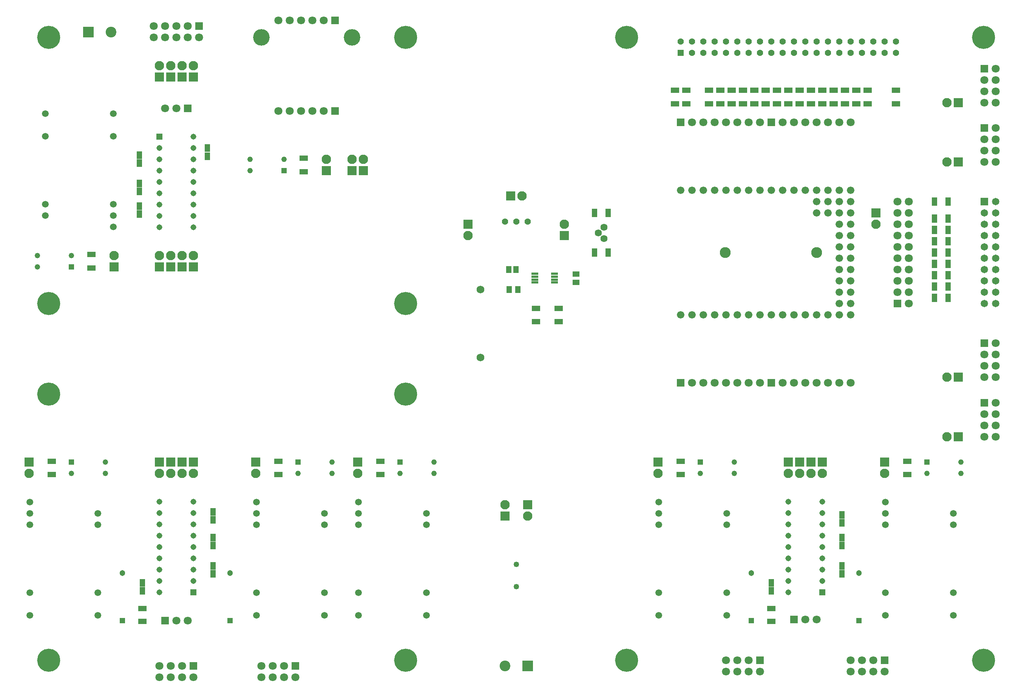
<source format=gbr>
G04 EasyPC Gerber Version 21.0.3 Build 4286 *
%FSLAX35Y35*%
%MOIN*%
%ADD134R,0.04616X0.06387*%
%ADD132R,0.04734X0.06112*%
%ADD106R,0.04734X0.06506*%
%ADD114R,0.04734X0.07687*%
%ADD136R,0.05128X0.07687*%
%ADD101R,0.04813X0.04813*%
%ADD107R,0.05128X0.05128*%
%ADD104R,0.05167X0.05167*%
%ADD111R,0.05620X0.05620*%
%ADD109R,0.06506X0.06506*%
%ADD92R,0.07096X0.07096*%
%ADD95R,0.08277X0.08277*%
%ADD97R,0.09458X0.09458*%
%ADD102C,0.04813*%
%ADD116C,0.04931*%
%ADD108C,0.05128*%
%ADD105C,0.05167*%
%ADD112C,0.05620*%
%ADD100C,0.05639*%
%ADD103C,0.05915*%
%ADD115C,0.06269*%
%ADD110C,0.06506*%
%ADD91C,0.06600*%
%ADD99C,0.06860*%
%ADD93C,0.07096*%
%ADD96C,0.08277*%
%ADD98C,0.09458*%
%ADD94C,0.09655*%
%ADD89C,0.14600*%
%ADD130R,0.06112X0.02100*%
%ADD88C,0.20400*%
%ADD131R,0.06112X0.04734*%
%ADD113R,0.07687X0.04734*%
%ADD135R,0.07293X0.04931*%
%ADD133R,0.07293X0.05128*%
X0Y0D02*
D02*
D88*
X45250Y45250D03*
Y280250D03*
Y360250D03*
Y595250D03*
X360250Y45250D03*
Y280250D03*
Y360250D03*
Y595250D03*
X555250Y45250D03*
Y595250D03*
X870250Y45250D03*
Y595250D03*
D02*
D89*
X232750D03*
X312750D03*
D02*
D91*
X602750Y350250D03*
Y460250D03*
X612750Y350250D03*
Y460250D03*
X622750Y350250D03*
Y460250D03*
X632750Y350250D03*
Y460250D03*
X642750Y350250D03*
Y460250D03*
X652750Y350250D03*
Y460250D03*
X662750Y350250D03*
Y460250D03*
X672750Y350250D03*
Y460250D03*
X682750Y350250D03*
Y460250D03*
X692750Y350250D03*
Y460250D03*
X702750Y350250D03*
Y460250D03*
X712750Y350250D03*
Y460250D03*
X722750Y350250D03*
Y440250D03*
Y450250D03*
Y460250D03*
X732750Y350250D03*
Y440250D03*
Y450250D03*
Y460250D03*
X742750Y350250D03*
Y360250D03*
Y370250D03*
Y380250D03*
Y390250D03*
Y400250D03*
Y410250D03*
Y420250D03*
Y430250D03*
Y440250D03*
Y450250D03*
Y460250D03*
X752750Y350250D03*
Y360250D03*
Y370250D03*
Y380250D03*
Y390250D03*
Y400250D03*
Y410250D03*
Y420250D03*
Y430250D03*
Y440250D03*
Y450250D03*
Y460250D03*
D02*
D92*
X147777Y80250D03*
X167723Y532750D03*
X172750Y40250D03*
X177750Y605250D03*
X262750Y40250D03*
X297750Y530250D03*
Y610250D03*
X602750Y290250D03*
Y520250D03*
X672750Y45250D03*
X682750Y290250D03*
Y520250D03*
X702777Y81500D03*
X782750Y45250D03*
X794000Y360250D03*
X870750Y272750D03*
Y325250D03*
Y515250D03*
Y567750D03*
D02*
D93*
X137750Y595250D03*
Y605250D03*
X142750Y30250D03*
Y40250D03*
X147723Y532750D03*
X147750Y595250D03*
Y605250D03*
X152750Y30250D03*
Y40250D03*
X157723Y532750D03*
X157750Y595250D03*
Y605250D03*
X157777Y80250D03*
X162750Y30250D03*
Y40250D03*
X167750Y595250D03*
Y605250D03*
X167777Y80250D03*
X172750Y30250D03*
X177750Y595250D03*
X232750Y30250D03*
Y40250D03*
X242750Y30250D03*
Y40250D03*
X247750Y530250D03*
Y610250D03*
X252750Y30250D03*
Y40250D03*
X257750Y530250D03*
Y610250D03*
X262750Y30250D03*
X267750Y530250D03*
Y610250D03*
X277750Y530250D03*
Y610250D03*
X287750Y530250D03*
Y610250D03*
X612750Y290250D03*
Y520250D03*
X622750Y290250D03*
Y520250D03*
X632750Y290250D03*
Y520250D03*
X642750Y35250D03*
Y45250D03*
Y290250D03*
Y520250D03*
X652750Y35250D03*
Y45250D03*
Y290250D03*
Y520250D03*
X662750Y35250D03*
Y45250D03*
Y290250D03*
Y520250D03*
X672750Y35250D03*
Y290250D03*
Y520250D03*
X692750Y290250D03*
Y520250D03*
X702750Y290250D03*
Y520250D03*
X712750Y290250D03*
Y520250D03*
X712777Y81500D03*
X722750Y290250D03*
Y520250D03*
X722777Y81500D03*
X732750Y290250D03*
Y520250D03*
X742750Y290250D03*
Y520250D03*
X752750Y35250D03*
Y45250D03*
Y290250D03*
Y520250D03*
X762750Y35250D03*
Y45250D03*
X772750Y35250D03*
Y45250D03*
X782750Y35250D03*
X794000Y370250D03*
Y380250D03*
Y390250D03*
Y400250D03*
Y410250D03*
Y420250D03*
Y430250D03*
Y440250D03*
Y450250D03*
X804000Y360250D03*
Y370250D03*
Y380250D03*
Y390250D03*
Y400250D03*
Y410250D03*
Y420250D03*
Y430250D03*
Y440250D03*
Y450250D03*
X870750Y242750D03*
Y252750D03*
Y262750D03*
Y295250D03*
Y305250D03*
Y315250D03*
Y485250D03*
Y495250D03*
Y505250D03*
Y537750D03*
Y547750D03*
Y557750D03*
X880750Y242750D03*
Y252750D03*
Y262750D03*
Y272750D03*
Y295250D03*
Y305250D03*
Y315250D03*
Y325250D03*
Y485250D03*
Y495250D03*
Y505250D03*
Y515250D03*
Y537750D03*
Y547750D03*
Y557750D03*
Y567750D03*
D02*
D94*
X642238Y405250D03*
X722750D03*
D02*
D95*
X27750Y220250D03*
X102750Y392750D03*
X142750Y220250D03*
Y392750D03*
Y560250D03*
X152750Y220250D03*
Y392750D03*
Y560250D03*
X162750Y220250D03*
Y392750D03*
Y560250D03*
X172750Y220250D03*
Y392750D03*
Y560250D03*
X227750Y220250D03*
X290250Y477750D03*
X312750D03*
X317750Y220250D03*
X322750Y477750D03*
X415250Y430240D03*
X447750Y172750D03*
X452750Y455250D03*
X467750Y182750D03*
X500250Y420240D03*
X582750Y220250D03*
X697750D03*
X707750D03*
X717750D03*
X727750D03*
X775250Y440250D03*
X782750Y220250D03*
X847750Y242750D03*
Y295250D03*
Y485250D03*
Y537750D03*
D02*
D96*
X27750Y210250D03*
X102750Y402750D03*
X142750Y210250D03*
Y402750D03*
Y570250D03*
X152750Y210250D03*
Y402750D03*
Y570250D03*
X162750Y210250D03*
Y402750D03*
Y570250D03*
X172750Y210250D03*
Y402750D03*
Y570250D03*
X227750Y210250D03*
X290250Y487750D03*
X312750D03*
X317750Y210250D03*
X322750Y487750D03*
X415250Y420240D03*
X447750Y182750D03*
X462750Y455250D03*
X467750Y172750D03*
X500250Y430240D03*
X582750Y210250D03*
X697750D03*
X707750D03*
X717750D03*
X727750D03*
X775250Y430250D03*
X782750Y210250D03*
X837750Y242750D03*
Y295250D03*
Y485250D03*
Y537750D03*
D02*
D97*
X80183Y600182D03*
X467817Y40318D03*
D02*
D98*
X100183Y600182D03*
X447817Y40318D03*
D02*
D99*
X426156Y312737D03*
Y372750D03*
D02*
D100*
X447764Y432740D03*
X457764D03*
X467764D03*
D02*
D101*
X65250Y220250D03*
Y392750D03*
X252750Y477750D03*
X265250Y220250D03*
X355250D03*
X620250D03*
X820250D03*
D02*
D102*
X35250Y392750D03*
Y402750D03*
X65250Y210250D03*
Y402750D03*
X95250Y210250D03*
Y220250D03*
X222750Y477750D03*
Y487750D03*
X252750D03*
X265250Y210250D03*
X295250D03*
Y220250D03*
X355250Y210250D03*
X385250D03*
Y220250D03*
X620250Y210250D03*
X650250D03*
Y220250D03*
X820250Y210250D03*
X850250D03*
Y220250D03*
D02*
D103*
X28301Y84876D03*
Y104876D03*
Y164876D03*
Y174876D03*
Y184876D03*
X42199Y438124D03*
Y448124D03*
Y508124D03*
Y528124D03*
X88301Y84876D03*
Y104876D03*
Y164876D03*
Y174876D03*
X102199Y428124D03*
Y438124D03*
Y448124D03*
Y508124D03*
Y528124D03*
X228301Y84876D03*
Y104876D03*
Y164876D03*
Y174876D03*
Y184876D03*
X288301Y84876D03*
Y104876D03*
Y164876D03*
Y174876D03*
X318301Y84876D03*
Y104876D03*
Y164876D03*
Y174876D03*
Y184876D03*
X378301Y84876D03*
Y104876D03*
Y164876D03*
Y174876D03*
X583301Y84876D03*
Y104876D03*
Y164876D03*
Y174876D03*
Y184876D03*
X643301Y84876D03*
Y104876D03*
Y164876D03*
Y174876D03*
X783301Y84876D03*
Y104876D03*
Y164876D03*
Y174876D03*
Y184876D03*
X843301Y84876D03*
Y104876D03*
Y164876D03*
Y174876D03*
D02*
D104*
X142750Y507763D03*
X172750Y105237D03*
X727750D03*
D02*
D105*
X142750D03*
Y115237D03*
Y125237D03*
Y135237D03*
Y145237D03*
Y155237D03*
Y165237D03*
Y175237D03*
Y185237D03*
Y427763D03*
Y437763D03*
Y447763D03*
Y457763D03*
Y467763D03*
Y477763D03*
Y487763D03*
Y497763D03*
X172750Y115237D03*
Y125237D03*
Y135237D03*
Y145237D03*
Y155237D03*
Y165237D03*
Y175237D03*
Y185237D03*
Y427763D03*
Y437763D03*
Y447763D03*
Y457763D03*
Y467763D03*
Y477763D03*
Y487763D03*
Y497763D03*
Y507763D03*
X697750Y105237D03*
Y115237D03*
Y125237D03*
Y135237D03*
Y145237D03*
Y155237D03*
Y165237D03*
Y175237D03*
Y185237D03*
X727750Y115237D03*
Y125237D03*
Y135237D03*
Y145237D03*
Y155237D03*
Y165237D03*
Y175237D03*
Y185237D03*
D02*
D106*
X125250Y439207D03*
Y446293D03*
Y459207D03*
Y466293D03*
Y484207D03*
Y491293D03*
X127750Y106707D03*
Y113793D03*
X185250Y490457D03*
Y497543D03*
X190250Y121707D03*
Y128793D03*
Y146707D03*
Y153793D03*
Y169207D03*
Y176293D03*
X682750Y106707D03*
Y113793D03*
X745250Y121707D03*
Y128793D03*
Y146707D03*
Y153793D03*
Y166707D03*
Y173793D03*
D02*
D107*
X110250Y80250D03*
X205250D03*
X665250D03*
X760250D03*
D02*
D108*
X110250Y122376D03*
X205250D03*
X665250D03*
X760250D03*
D02*
D109*
X870730Y450250D03*
D02*
D110*
Y360250D03*
Y370250D03*
Y380250D03*
Y390250D03*
Y400250D03*
Y410250D03*
Y420250D03*
Y430250D03*
Y440250D03*
X880730Y360250D03*
Y370250D03*
Y380250D03*
Y390250D03*
Y400250D03*
Y410250D03*
Y420250D03*
Y430250D03*
Y440250D03*
Y450250D03*
D02*
D111*
X602750Y581750D03*
D02*
D112*
Y591750D03*
X612750Y581750D03*
Y591750D03*
X622750Y581750D03*
Y591750D03*
X632750Y581750D03*
Y591750D03*
X642750Y581750D03*
Y591750D03*
X652750Y581750D03*
Y591750D03*
X662750Y581750D03*
Y591750D03*
X672750Y581750D03*
Y591750D03*
X682750Y581750D03*
Y591750D03*
X692750Y581750D03*
Y591750D03*
X702750Y581750D03*
Y591750D03*
X712750Y581750D03*
Y591750D03*
X722750Y581750D03*
Y591750D03*
X732750Y581750D03*
Y591750D03*
X742750Y581750D03*
Y591750D03*
X752750Y581750D03*
Y591750D03*
X762750Y581750D03*
Y591750D03*
X772750Y581750D03*
Y591750D03*
X782750Y581750D03*
Y591750D03*
X792750Y581750D03*
Y591750D03*
D02*
D113*
X597750Y536844D03*
Y548656D03*
X607750Y536844D03*
Y548656D03*
X627750Y536844D03*
Y548656D03*
X637750Y536844D03*
Y548656D03*
X647750Y536844D03*
Y548656D03*
X657750Y536844D03*
Y548656D03*
X667750Y536844D03*
Y548656D03*
X677750Y536844D03*
Y548656D03*
X687750Y536844D03*
Y548656D03*
X697750Y536844D03*
Y548656D03*
X707750Y536844D03*
Y548656D03*
X717750Y536844D03*
Y548656D03*
X727750Y536844D03*
Y548656D03*
X737750Y536844D03*
Y548656D03*
X747750Y536844D03*
Y548656D03*
X757750Y536844D03*
Y548656D03*
X767750Y536844D03*
Y548656D03*
X792750Y536844D03*
Y548656D03*
D02*
D114*
X526844Y405250D03*
X538656D03*
X826844Y365250D03*
Y375250D03*
Y385250D03*
Y395250D03*
Y405250D03*
Y415250D03*
Y425250D03*
Y435250D03*
Y450250D03*
X838656Y365250D03*
Y375250D03*
Y385250D03*
Y395250D03*
Y405250D03*
Y415250D03*
Y425250D03*
Y435250D03*
Y450250D03*
D02*
D115*
X530250Y422750D03*
X535250Y417750D03*
Y427750D03*
D02*
D116*
X457750Y110250D03*
Y130093D03*
D02*
D130*
X474089Y378911D03*
Y381470D03*
Y384030D03*
Y386589D03*
X491411Y378911D03*
Y381470D03*
Y384030D03*
Y386589D03*
D02*
D131*
X510315Y378944D03*
Y386425D03*
D02*
D132*
X451575Y372815D03*
X459056D03*
D02*
D133*
X47750Y209344D03*
Y221156D03*
X82750Y391844D03*
Y403656D03*
X247750Y209344D03*
Y221156D03*
X270250Y476844D03*
Y488656D03*
X337750Y209344D03*
Y221156D03*
X475250Y344344D03*
Y356156D03*
X495250Y344344D03*
Y356156D03*
X602750Y209344D03*
Y221156D03*
X802750Y209344D03*
Y221156D03*
D02*
D134*
X451126Y390314D03*
X457504D03*
D02*
D135*
X127750Y79541D03*
Y90959D03*
X682750Y79541D03*
Y90959D03*
D02*
D136*
X526844Y440250D03*
X538656D03*
X0Y0D02*
M02*

</source>
